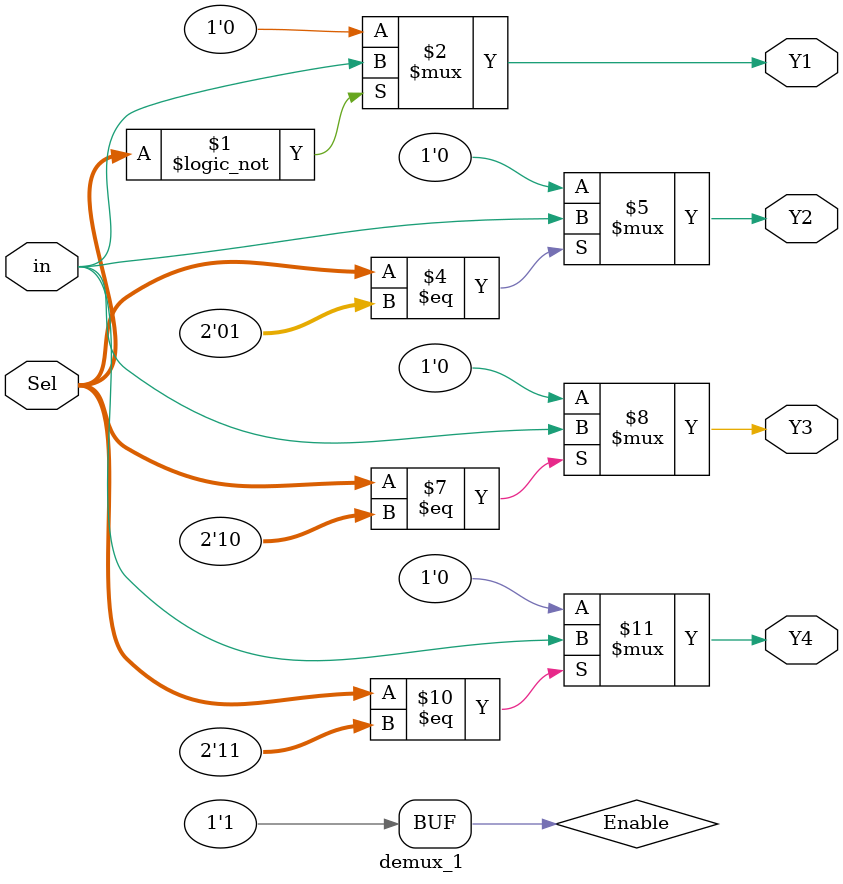
<source format=v>
`timescale 1ns / 1ps


module demux_1(

    input in,
    input [1:0] Sel,
    output Y1, Y2, Y3, Y4
    );
    
    assign Enable = 1'b1;
    
    assign Y1 = Enable ? (Sel == 0 ? in : 1'd0) : 1'd0;
    assign Y2 = Enable ? (Sel == 1 ? in : 1'd0) : 1'd0;
    assign Y3 = Enable ? (Sel == 2 ? in : 1'd0) : 1'd0;
    assign Y4 = Enable ? (Sel == 3 ? in : 1'd0) : 1'd0;
    
endmodule

</source>
